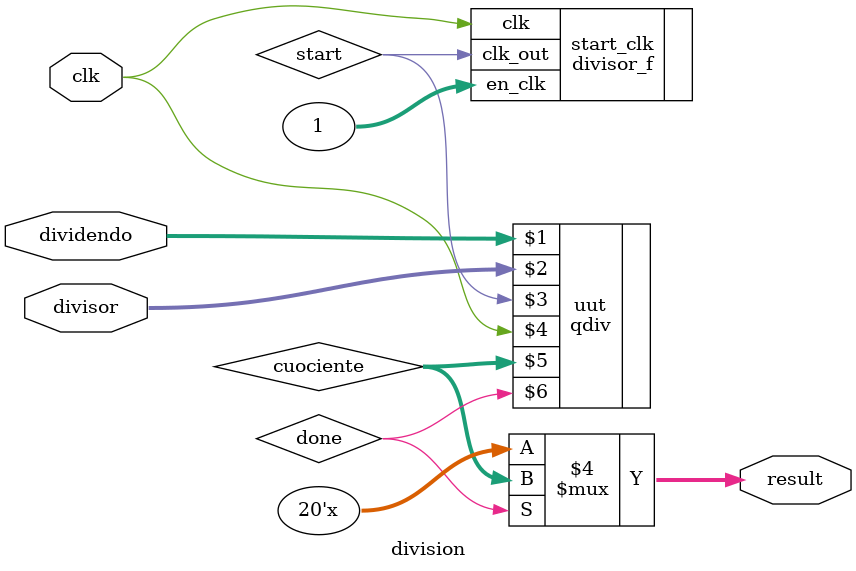
<source format=sv>
`timescale 1ns / 1ps

module division(
    dividendo,
    divisor,
    clk,
    result
    );
 
// Entradas
input logic [N-1:0] dividendo;
input logic [N-1:0] divisor;
input logic clk;

// Outputs
output logic [N-1:0] result;

//Parameterized values
parameter Q = 8;
parameter N = 20;
parameter T = 50;  // f = 2MHz frecuencia de cálculo
 
////////////////////////////////////////// MODULO ///////////////////////////////// 

logic [N-1:0] cuociente;
logic done;
qdiv #(Q,N)	uut (dividendo, divisor, start, clk, cuociente,done);

logic start;
divisor_f #(T) start_clk (
    .clk(clk),
    .en_clk(1),
    .clk_out(start)
    ); 
    
always_comb begin 
if (done)
    result = cuociente;
end

endmodule

</source>
